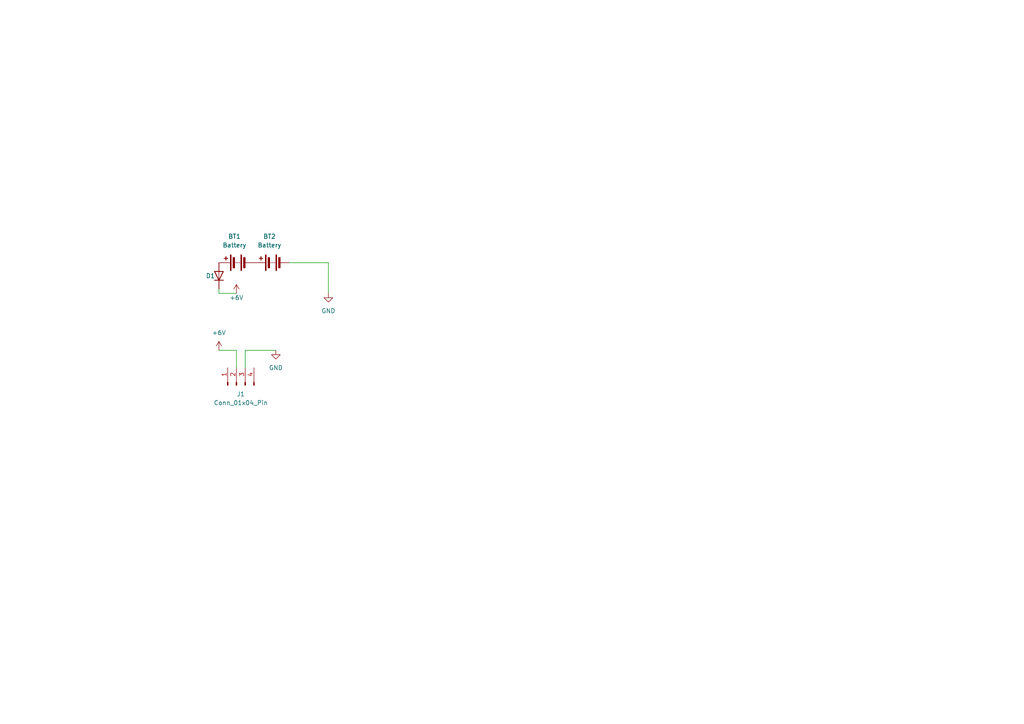
<source format=kicad_sch>
(kicad_sch (version 20230121) (generator eeschema)

  (uuid 835fd525-e743-49c7-9499-73dac20629e5)

  (paper "A4")

  (lib_symbols
    (symbol "Connector:Conn_01x04_Pin" (pin_names (offset 1.016) hide) (in_bom yes) (on_board yes)
      (property "Reference" "J" (at 0 5.08 0)
        (effects (font (size 1.27 1.27)))
      )
      (property "Value" "Conn_01x04_Pin" (at 0 -7.62 0)
        (effects (font (size 1.27 1.27)))
      )
      (property "Footprint" "" (at 0 0 0)
        (effects (font (size 1.27 1.27)) hide)
      )
      (property "Datasheet" "~" (at 0 0 0)
        (effects (font (size 1.27 1.27)) hide)
      )
      (property "ki_locked" "" (at 0 0 0)
        (effects (font (size 1.27 1.27)))
      )
      (property "ki_keywords" "connector" (at 0 0 0)
        (effects (font (size 1.27 1.27)) hide)
      )
      (property "ki_description" "Generic connector, single row, 01x04, script generated" (at 0 0 0)
        (effects (font (size 1.27 1.27)) hide)
      )
      (property "ki_fp_filters" "Connector*:*_1x??_*" (at 0 0 0)
        (effects (font (size 1.27 1.27)) hide)
      )
      (symbol "Conn_01x04_Pin_1_1"
        (polyline
          (pts
            (xy 1.27 -5.08)
            (xy 0.8636 -5.08)
          )
          (stroke (width 0.1524) (type default))
          (fill (type none))
        )
        (polyline
          (pts
            (xy 1.27 -2.54)
            (xy 0.8636 -2.54)
          )
          (stroke (width 0.1524) (type default))
          (fill (type none))
        )
        (polyline
          (pts
            (xy 1.27 0)
            (xy 0.8636 0)
          )
          (stroke (width 0.1524) (type default))
          (fill (type none))
        )
        (polyline
          (pts
            (xy 1.27 2.54)
            (xy 0.8636 2.54)
          )
          (stroke (width 0.1524) (type default))
          (fill (type none))
        )
        (rectangle (start 0.8636 -4.953) (end 0 -5.207)
          (stroke (width 0.1524) (type default))
          (fill (type outline))
        )
        (rectangle (start 0.8636 -2.413) (end 0 -2.667)
          (stroke (width 0.1524) (type default))
          (fill (type outline))
        )
        (rectangle (start 0.8636 0.127) (end 0 -0.127)
          (stroke (width 0.1524) (type default))
          (fill (type outline))
        )
        (rectangle (start 0.8636 2.667) (end 0 2.413)
          (stroke (width 0.1524) (type default))
          (fill (type outline))
        )
        (pin passive line (at 5.08 2.54 180) (length 3.81)
          (name "Pin_1" (effects (font (size 1.27 1.27))))
          (number "1" (effects (font (size 1.27 1.27))))
        )
        (pin passive line (at 5.08 0 180) (length 3.81)
          (name "Pin_2" (effects (font (size 1.27 1.27))))
          (number "2" (effects (font (size 1.27 1.27))))
        )
        (pin passive line (at 5.08 -2.54 180) (length 3.81)
          (name "Pin_3" (effects (font (size 1.27 1.27))))
          (number "3" (effects (font (size 1.27 1.27))))
        )
        (pin passive line (at 5.08 -5.08 180) (length 3.81)
          (name "Pin_4" (effects (font (size 1.27 1.27))))
          (number "4" (effects (font (size 1.27 1.27))))
        )
      )
    )
    (symbol "Device:Battery" (pin_numbers hide) (pin_names (offset 0) hide) (in_bom yes) (on_board yes)
      (property "Reference" "BT" (at 2.54 2.54 0)
        (effects (font (size 1.27 1.27)) (justify left))
      )
      (property "Value" "Battery" (at 2.54 0 0)
        (effects (font (size 1.27 1.27)) (justify left))
      )
      (property "Footprint" "" (at 0 1.524 90)
        (effects (font (size 1.27 1.27)) hide)
      )
      (property "Datasheet" "~" (at 0 1.524 90)
        (effects (font (size 1.27 1.27)) hide)
      )
      (property "ki_keywords" "batt voltage-source cell" (at 0 0 0)
        (effects (font (size 1.27 1.27)) hide)
      )
      (property "ki_description" "Multiple-cell battery" (at 0 0 0)
        (effects (font (size 1.27 1.27)) hide)
      )
      (symbol "Battery_0_1"
        (rectangle (start -2.286 -1.27) (end 2.286 -1.524)
          (stroke (width 0) (type default))
          (fill (type outline))
        )
        (rectangle (start -2.286 1.778) (end 2.286 1.524)
          (stroke (width 0) (type default))
          (fill (type outline))
        )
        (rectangle (start -1.524 -2.032) (end 1.524 -2.54)
          (stroke (width 0) (type default))
          (fill (type outline))
        )
        (rectangle (start -1.524 1.016) (end 1.524 0.508)
          (stroke (width 0) (type default))
          (fill (type outline))
        )
        (polyline
          (pts
            (xy 0 -1.016)
            (xy 0 -0.762)
          )
          (stroke (width 0) (type default))
          (fill (type none))
        )
        (polyline
          (pts
            (xy 0 -0.508)
            (xy 0 -0.254)
          )
          (stroke (width 0) (type default))
          (fill (type none))
        )
        (polyline
          (pts
            (xy 0 0)
            (xy 0 0.254)
          )
          (stroke (width 0) (type default))
          (fill (type none))
        )
        (polyline
          (pts
            (xy 0 1.778)
            (xy 0 2.54)
          )
          (stroke (width 0) (type default))
          (fill (type none))
        )
        (polyline
          (pts
            (xy 0.762 3.048)
            (xy 1.778 3.048)
          )
          (stroke (width 0.254) (type default))
          (fill (type none))
        )
        (polyline
          (pts
            (xy 1.27 3.556)
            (xy 1.27 2.54)
          )
          (stroke (width 0.254) (type default))
          (fill (type none))
        )
      )
      (symbol "Battery_1_1"
        (pin passive line (at 0 5.08 270) (length 2.54)
          (name "+" (effects (font (size 1.27 1.27))))
          (number "1" (effects (font (size 1.27 1.27))))
        )
        (pin passive line (at 0 -5.08 90) (length 2.54)
          (name "-" (effects (font (size 1.27 1.27))))
          (number "2" (effects (font (size 1.27 1.27))))
        )
      )
    )
    (symbol "Device:D" (pin_numbers hide) (pin_names (offset 1.016) hide) (in_bom yes) (on_board yes)
      (property "Reference" "D" (at 0 2.54 0)
        (effects (font (size 1.27 1.27)))
      )
      (property "Value" "D" (at 0 -2.54 0)
        (effects (font (size 1.27 1.27)))
      )
      (property "Footprint" "" (at 0 0 0)
        (effects (font (size 1.27 1.27)) hide)
      )
      (property "Datasheet" "~" (at 0 0 0)
        (effects (font (size 1.27 1.27)) hide)
      )
      (property "Sim.Device" "D" (at 0 0 0)
        (effects (font (size 1.27 1.27)) hide)
      )
      (property "Sim.Pins" "1=K 2=A" (at 0 0 0)
        (effects (font (size 1.27 1.27)) hide)
      )
      (property "ki_keywords" "diode" (at 0 0 0)
        (effects (font (size 1.27 1.27)) hide)
      )
      (property "ki_description" "Diode" (at 0 0 0)
        (effects (font (size 1.27 1.27)) hide)
      )
      (property "ki_fp_filters" "TO-???* *_Diode_* *SingleDiode* D_*" (at 0 0 0)
        (effects (font (size 1.27 1.27)) hide)
      )
      (symbol "D_0_1"
        (polyline
          (pts
            (xy -1.27 1.27)
            (xy -1.27 -1.27)
          )
          (stroke (width 0.254) (type default))
          (fill (type none))
        )
        (polyline
          (pts
            (xy 1.27 0)
            (xy -1.27 0)
          )
          (stroke (width 0) (type default))
          (fill (type none))
        )
        (polyline
          (pts
            (xy 1.27 1.27)
            (xy 1.27 -1.27)
            (xy -1.27 0)
            (xy 1.27 1.27)
          )
          (stroke (width 0.254) (type default))
          (fill (type none))
        )
      )
      (symbol "D_1_1"
        (pin passive line (at -3.81 0 0) (length 2.54)
          (name "K" (effects (font (size 1.27 1.27))))
          (number "1" (effects (font (size 1.27 1.27))))
        )
        (pin passive line (at 3.81 0 180) (length 2.54)
          (name "A" (effects (font (size 1.27 1.27))))
          (number "2" (effects (font (size 1.27 1.27))))
        )
      )
    )
    (symbol "power:+6V" (power) (pin_names (offset 0)) (in_bom yes) (on_board yes)
      (property "Reference" "#PWR" (at 0 -3.81 0)
        (effects (font (size 1.27 1.27)) hide)
      )
      (property "Value" "+6V" (at 0 3.556 0)
        (effects (font (size 1.27 1.27)))
      )
      (property "Footprint" "" (at 0 0 0)
        (effects (font (size 1.27 1.27)) hide)
      )
      (property "Datasheet" "" (at 0 0 0)
        (effects (font (size 1.27 1.27)) hide)
      )
      (property "ki_keywords" "global power" (at 0 0 0)
        (effects (font (size 1.27 1.27)) hide)
      )
      (property "ki_description" "Power symbol creates a global label with name \"+6V\"" (at 0 0 0)
        (effects (font (size 1.27 1.27)) hide)
      )
      (symbol "+6V_0_1"
        (polyline
          (pts
            (xy -0.762 1.27)
            (xy 0 2.54)
          )
          (stroke (width 0) (type default))
          (fill (type none))
        )
        (polyline
          (pts
            (xy 0 0)
            (xy 0 2.54)
          )
          (stroke (width 0) (type default))
          (fill (type none))
        )
        (polyline
          (pts
            (xy 0 2.54)
            (xy 0.762 1.27)
          )
          (stroke (width 0) (type default))
          (fill (type none))
        )
      )
      (symbol "+6V_1_1"
        (pin power_in line (at 0 0 90) (length 0) hide
          (name "+6V" (effects (font (size 1.27 1.27))))
          (number "1" (effects (font (size 1.27 1.27))))
        )
      )
    )
    (symbol "power:GND" (power) (pin_names (offset 0)) (in_bom yes) (on_board yes)
      (property "Reference" "#PWR" (at 0 -6.35 0)
        (effects (font (size 1.27 1.27)) hide)
      )
      (property "Value" "GND" (at 0 -3.81 0)
        (effects (font (size 1.27 1.27)))
      )
      (property "Footprint" "" (at 0 0 0)
        (effects (font (size 1.27 1.27)) hide)
      )
      (property "Datasheet" "" (at 0 0 0)
        (effects (font (size 1.27 1.27)) hide)
      )
      (property "ki_keywords" "global power" (at 0 0 0)
        (effects (font (size 1.27 1.27)) hide)
      )
      (property "ki_description" "Power symbol creates a global label with name \"GND\" , ground" (at 0 0 0)
        (effects (font (size 1.27 1.27)) hide)
      )
      (symbol "GND_0_1"
        (polyline
          (pts
            (xy 0 0)
            (xy 0 -1.27)
            (xy 1.27 -1.27)
            (xy 0 -2.54)
            (xy -1.27 -1.27)
            (xy 0 -1.27)
          )
          (stroke (width 0) (type default))
          (fill (type none))
        )
      )
      (symbol "GND_1_1"
        (pin power_in line (at 0 0 270) (length 0) hide
          (name "GND" (effects (font (size 1.27 1.27))))
          (number "1" (effects (font (size 1.27 1.27))))
        )
      )
    )
  )


  (wire (pts (xy 95.25 76.2) (xy 95.25 85.09))
    (stroke (width 0) (type default))
    (uuid 195f37bb-6182-4376-acc3-652b1218676c)
  )
  (wire (pts (xy 63.5 85.09) (xy 63.5 83.82))
    (stroke (width 0) (type default))
    (uuid 3154dfc9-26e7-474d-9ee0-872b07e4c498)
  )
  (wire (pts (xy 63.5 101.6) (xy 68.58 101.6))
    (stroke (width 0) (type default))
    (uuid 53ff6a09-f951-47db-93f7-ab1594f10ba3)
  )
  (wire (pts (xy 83.82 76.2) (xy 95.25 76.2))
    (stroke (width 0) (type default))
    (uuid 690c6456-78a8-425f-924f-5434fd79682f)
  )
  (wire (pts (xy 68.58 101.6) (xy 68.58 106.68))
    (stroke (width 0) (type default))
    (uuid 7601291e-940b-40eb-9003-4e36fb1da889)
  )
  (wire (pts (xy 68.58 85.09) (xy 63.5 85.09))
    (stroke (width 0) (type default))
    (uuid cb1a5540-349b-438d-80f5-52ea6ecd5cb0)
  )
  (wire (pts (xy 71.12 101.6) (xy 71.12 106.68))
    (stroke (width 0) (type default))
    (uuid cc555348-8dce-4dd1-b62c-daa4023000db)
  )
  (wire (pts (xy 71.12 101.6) (xy 80.01 101.6))
    (stroke (width 0) (type default))
    (uuid f492ea4e-1aac-46c5-97ac-6024e133ae82)
  )

  (symbol (lib_id "Connector:Conn_01x04_Pin") (at 68.58 111.76 90) (unit 1)
    (in_bom yes) (on_board yes) (dnp no) (fields_autoplaced)
    (uuid 10f18804-3f52-4c2a-b8e8-dafe78b520ca)
    (property "Reference" "J1" (at 69.85 114.3 90)
      (effects (font (size 1.27 1.27)))
    )
    (property "Value" "Conn_01x04_Pin" (at 69.85 116.84 90)
      (effects (font (size 1.27 1.27)))
    )
    (property "Footprint" "Connector_PinHeader_2.54mm:PinHeader_1x04_P2.54mm_Vertical" (at 68.58 111.76 0)
      (effects (font (size 1.27 1.27)) hide)
    )
    (property "Datasheet" "~" (at 68.58 111.76 0)
      (effects (font (size 1.27 1.27)) hide)
    )
    (pin "1" (uuid b26eac17-8c5f-4aeb-a300-9dfdb3408520))
    (pin "2" (uuid 06ba71d3-5964-4bf6-8bf7-7c19374024d8))
    (pin "3" (uuid 1c38d08b-2720-4f71-aca5-f98809b7cff9))
    (pin "4" (uuid 0c4d86ef-963a-4e87-8153-9951b85c1129))
    (instances
      (project "batt"
        (path "/835fd525-e743-49c7-9499-73dac20629e5"
          (reference "J1") (unit 1)
        )
      )
    )
  )

  (symbol (lib_id "Device:Battery") (at 68.58 76.2 90) (unit 1)
    (in_bom yes) (on_board yes) (dnp no) (fields_autoplaced)
    (uuid 440117cb-4ea2-4502-9cee-523310cc3aec)
    (property "Reference" "BT1" (at 68.0085 68.58 90)
      (effects (font (size 1.27 1.27)))
    )
    (property "Value" "Battery" (at 68.0085 71.12 90)
      (effects (font (size 1.27 1.27)))
    )
    (property "Footprint" "Battery:BatteryHolder_Keystone_2468_2xAAA" (at 67.056 76.2 90)
      (effects (font (size 1.27 1.27)) hide)
    )
    (property "Datasheet" "~" (at 67.056 76.2 90)
      (effects (font (size 1.27 1.27)) hide)
    )
    (pin "1" (uuid 5f218dc9-c9d6-4639-a0e7-4864addc547a))
    (pin "2" (uuid aeaea780-1d48-412c-9280-599117f44fa9))
    (instances
      (project "batt"
        (path "/835fd525-e743-49c7-9499-73dac20629e5"
          (reference "BT1") (unit 1)
        )
      )
    )
  )

  (symbol (lib_id "power:+6V") (at 63.5 101.6 0) (unit 1)
    (in_bom yes) (on_board yes) (dnp no) (fields_autoplaced)
    (uuid 488864d3-7ebc-4092-9dff-b6d0551602a0)
    (property "Reference" "#PWR03" (at 63.5 105.41 0)
      (effects (font (size 1.27 1.27)) hide)
    )
    (property "Value" "+6V" (at 63.5 96.52 0)
      (effects (font (size 1.27 1.27)))
    )
    (property "Footprint" "" (at 63.5 101.6 0)
      (effects (font (size 1.27 1.27)) hide)
    )
    (property "Datasheet" "" (at 63.5 101.6 0)
      (effects (font (size 1.27 1.27)) hide)
    )
    (pin "1" (uuid d7ffa1c5-5a05-4a73-9f36-61aa557d5a25))
    (instances
      (project "batt"
        (path "/835fd525-e743-49c7-9499-73dac20629e5"
          (reference "#PWR03") (unit 1)
        )
      )
    )
  )

  (symbol (lib_id "power:GND") (at 95.25 85.09 0) (unit 1)
    (in_bom yes) (on_board yes) (dnp no) (fields_autoplaced)
    (uuid a6b4d9df-7561-466c-a5bd-0df2b6df3aad)
    (property "Reference" "#PWR02" (at 95.25 91.44 0)
      (effects (font (size 1.27 1.27)) hide)
    )
    (property "Value" "GND" (at 95.25 90.17 0)
      (effects (font (size 1.27 1.27)))
    )
    (property "Footprint" "" (at 95.25 85.09 0)
      (effects (font (size 1.27 1.27)) hide)
    )
    (property "Datasheet" "" (at 95.25 85.09 0)
      (effects (font (size 1.27 1.27)) hide)
    )
    (pin "1" (uuid a40e4117-50ac-4b57-b0f0-ca826cb9fc24))
    (instances
      (project "batt"
        (path "/835fd525-e743-49c7-9499-73dac20629e5"
          (reference "#PWR02") (unit 1)
        )
      )
    )
  )

  (symbol (lib_id "Device:Battery") (at 78.74 76.2 90) (unit 1)
    (in_bom yes) (on_board yes) (dnp no) (fields_autoplaced)
    (uuid d8499568-4eec-4e20-ade3-2668bc2e60bc)
    (property "Reference" "BT2" (at 78.1685 68.58 90)
      (effects (font (size 1.27 1.27)))
    )
    (property "Value" "Battery" (at 78.1685 71.12 90)
      (effects (font (size 1.27 1.27)))
    )
    (property "Footprint" "Battery:BatteryHolder_Keystone_2468_2xAAA" (at 77.216 76.2 90)
      (effects (font (size 1.27 1.27)) hide)
    )
    (property "Datasheet" "~" (at 77.216 76.2 90)
      (effects (font (size 1.27 1.27)) hide)
    )
    (pin "1" (uuid 51a99982-b0f0-4e48-be54-5430bd4843c9))
    (pin "2" (uuid 40e57d3b-2095-414f-834d-0a73bb0c320c))
    (instances
      (project "batt"
        (path "/835fd525-e743-49c7-9499-73dac20629e5"
          (reference "BT2") (unit 1)
        )
      )
    )
  )

  (symbol (lib_id "Device:D") (at 63.5 80.01 90) (unit 1)
    (in_bom yes) (on_board yes) (dnp no)
    (uuid de7dab2a-4dd4-41ef-9717-9bf4931e093a)
    (property "Reference" "D1" (at 59.69 80.01 90)
      (effects (font (size 1.27 1.27)) (justify right))
    )
    (property "Value" "D" (at 66.04 81.28 90)
      (effects (font (size 1.27 1.27)) (justify right) hide)
    )
    (property "Footprint" "Diode_THT:D_A-405_P10.16mm_Horizontal" (at 63.5 80.01 0)
      (effects (font (size 1.27 1.27)) hide)
    )
    (property "Datasheet" "~" (at 63.5 80.01 0)
      (effects (font (size 1.27 1.27)) hide)
    )
    (property "Sim.Device" "D" (at 63.5 80.01 0)
      (effects (font (size 1.27 1.27)) hide)
    )
    (property "Sim.Pins" "1=K 2=A" (at 63.5 80.01 0)
      (effects (font (size 1.27 1.27)) hide)
    )
    (pin "1" (uuid 56e68759-4d27-4bf6-879c-a2a96571669d))
    (pin "2" (uuid 56331041-707f-40a8-93ef-8b8ae7f9ed07))
    (instances
      (project "batt"
        (path "/835fd525-e743-49c7-9499-73dac20629e5"
          (reference "D1") (unit 1)
        )
      )
    )
  )

  (symbol (lib_id "power:GND") (at 80.01 101.6 0) (unit 1)
    (in_bom yes) (on_board yes) (dnp no) (fields_autoplaced)
    (uuid f0806174-109d-44b1-9195-8cd18659d1d2)
    (property "Reference" "#PWR04" (at 80.01 107.95 0)
      (effects (font (size 1.27 1.27)) hide)
    )
    (property "Value" "GND" (at 80.01 106.68 0)
      (effects (font (size 1.27 1.27)))
    )
    (property "Footprint" "" (at 80.01 101.6 0)
      (effects (font (size 1.27 1.27)) hide)
    )
    (property "Datasheet" "" (at 80.01 101.6 0)
      (effects (font (size 1.27 1.27)) hide)
    )
    (pin "1" (uuid 99f5395a-4d5f-4159-9fe8-b2038edb472b))
    (instances
      (project "batt"
        (path "/835fd525-e743-49c7-9499-73dac20629e5"
          (reference "#PWR04") (unit 1)
        )
      )
    )
  )

  (symbol (lib_id "power:+6V") (at 68.58 85.09 0) (unit 1)
    (in_bom yes) (on_board yes) (dnp no)
    (uuid fbf0d2c4-642f-4bdb-9779-95be07d25c0d)
    (property "Reference" "#PWR01" (at 68.58 88.9 0)
      (effects (font (size 1.27 1.27)) hide)
    )
    (property "Value" "+6V" (at 68.58 86.36 0)
      (effects (font (size 1.27 1.27)))
    )
    (property "Footprint" "" (at 68.58 85.09 0)
      (effects (font (size 1.27 1.27)) hide)
    )
    (property "Datasheet" "" (at 68.58 85.09 0)
      (effects (font (size 1.27 1.27)) hide)
    )
    (pin "1" (uuid 9628123f-fb73-4179-8760-b737b9d46a23))
    (instances
      (project "batt"
        (path "/835fd525-e743-49c7-9499-73dac20629e5"
          (reference "#PWR01") (unit 1)
        )
      )
    )
  )

  (sheet_instances
    (path "/" (page "1"))
  )
)

</source>
